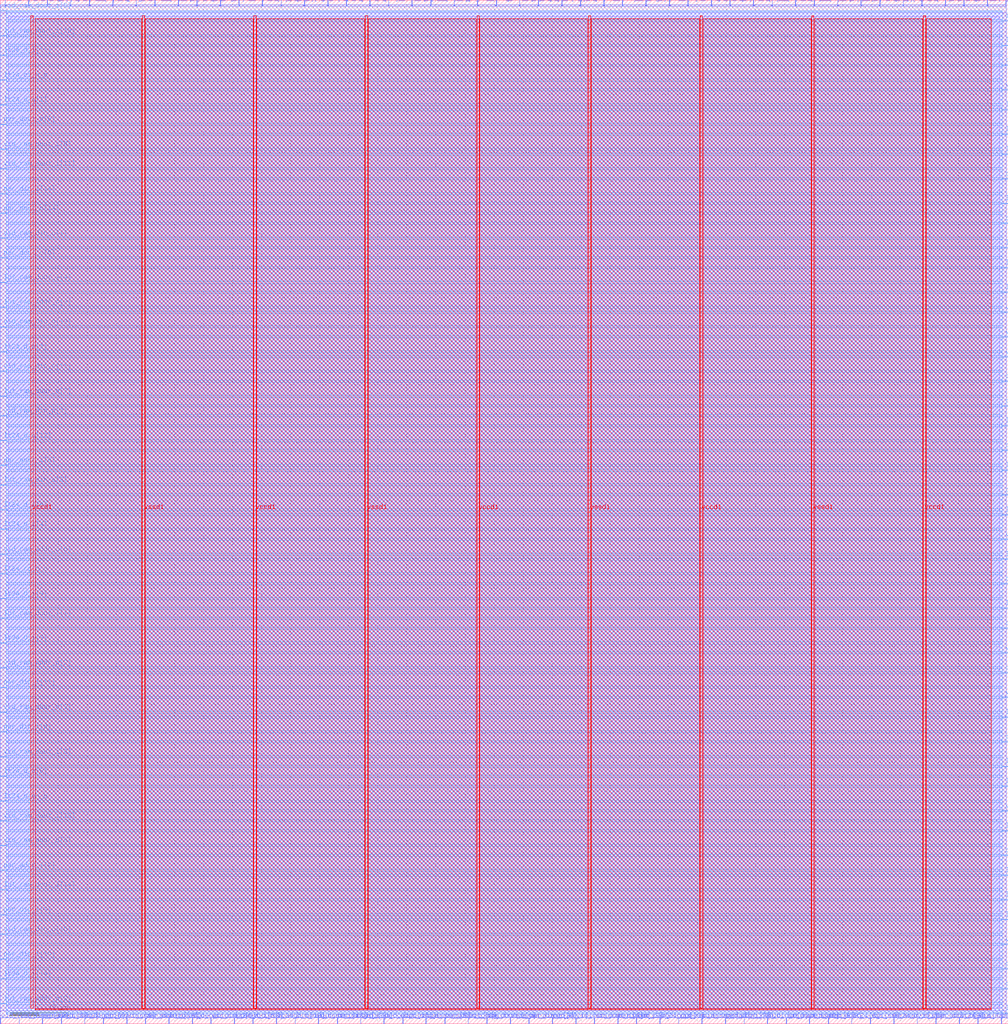
<source format=lef>
VERSION 5.7 ;
  NOWIREEXTENSIONATPIN ON ;
  DIVIDERCHAR "/" ;
  BUSBITCHARS "[]" ;
MACRO openGFX430
  CLASS BLOCK ;
  FOREIGN openGFX430 ;
  ORIGIN 0.000 0.000 ;
  SIZE 693.985 BY 704.705 ;
  PIN dbg_freeze_i
    DIRECTION INPUT ;
    USE SIGNAL ;
    PORT
      LAYER met2 ;
        RECT 334.970 0.000 335.250 4.000 ;
    END
  END dbg_freeze_i
  PIN irq_gfx_o
    DIRECTION OUTPUT TRISTATE ;
    USE SIGNAL ;
    PORT
      LAYER met3 ;
        RECT 689.985 690.240 693.985 690.840 ;
    END
  END irq_gfx_o
  PIN lt24_cs_n_o
    DIRECTION OUTPUT TRISTATE ;
    USE SIGNAL ;
    PORT
      LAYER met3 ;
        RECT 0.000 649.440 4.000 650.040 ;
    END
  END lt24_cs_n_o
  PIN lt24_d_en_o
    DIRECTION OUTPUT TRISTATE ;
    USE SIGNAL ;
    PORT
      LAYER met3 ;
        RECT 0.000 153.040 4.000 153.640 ;
    END
  END lt24_d_en_o
  PIN lt24_d_i[0]
    DIRECTION INPUT ;
    USE SIGNAL ;
    PORT
      LAYER met2 ;
        RECT 58.050 0.000 58.330 4.000 ;
    END
  END lt24_d_i[0]
  PIN lt24_d_i[10]
    DIRECTION INPUT ;
    USE SIGNAL ;
    PORT
      LAYER met2 ;
        RECT 586.130 0.000 586.410 4.000 ;
    END
  END lt24_d_i[10]
  PIN lt24_d_i[11]
    DIRECTION INPUT ;
    USE SIGNAL ;
    PORT
      LAYER met3 ;
        RECT 0.000 666.440 4.000 667.040 ;
    END
  END lt24_d_i[11]
  PIN lt24_d_i[12]
    DIRECTION INPUT ;
    USE SIGNAL ;
    PORT
      LAYER met2 ;
        RECT 190.070 0.000 190.350 4.000 ;
    END
  END lt24_d_i[12]
  PIN lt24_d_i[13]
    DIRECTION INPUT ;
    USE SIGNAL ;
    PORT
      LAYER met3 ;
        RECT 689.985 71.440 693.985 72.040 ;
    END
  END lt24_d_i[13]
  PIN lt24_d_i[14]
    DIRECTION INPUT ;
    USE SIGNAL ;
    PORT
      LAYER met3 ;
        RECT 0.000 30.640 4.000 31.240 ;
    END
  END lt24_d_i[14]
  PIN lt24_d_i[15]
    DIRECTION INPUT ;
    USE SIGNAL ;
    PORT
      LAYER met3 ;
        RECT 689.985 163.240 693.985 163.840 ;
    END
  END lt24_d_i[15]
  PIN lt24_d_i[1]
    DIRECTION INPUT ;
    USE SIGNAL ;
    PORT
      LAYER met2 ;
        RECT 615.110 0.000 615.390 4.000 ;
    END
  END lt24_d_i[1]
  PIN lt24_d_i[2]
    DIRECTION INPUT ;
    USE SIGNAL ;
    PORT
      LAYER met2 ;
        RECT 225.490 700.705 225.770 704.705 ;
    END
  END lt24_d_i[2]
  PIN lt24_d_i[3]
    DIRECTION INPUT ;
    USE SIGNAL ;
    PORT
      LAYER met3 ;
        RECT 0.000 261.840 4.000 262.440 ;
    END
  END lt24_d_i[3]
  PIN lt24_d_i[4]
    DIRECTION INPUT ;
    USE SIGNAL ;
    PORT
      LAYER met3 ;
        RECT 0.000 340.040 4.000 340.640 ;
    END
  END lt24_d_i[4]
  PIN lt24_d_i[5]
    DIRECTION INPUT ;
    USE SIGNAL ;
    PORT
      LAYER met2 ;
        RECT 386.490 700.705 386.770 704.705 ;
    END
  END lt24_d_i[5]
  PIN lt24_d_i[6]
    DIRECTION INPUT ;
    USE SIGNAL ;
    PORT
      LAYER met2 ;
        RECT 161.090 0.000 161.370 4.000 ;
    END
  END lt24_d_i[6]
  PIN lt24_d_i[7]
    DIRECTION INPUT ;
    USE SIGNAL ;
    PORT
      LAYER met2 ;
        RECT 193.290 700.705 193.570 704.705 ;
    END
  END lt24_d_i[7]
  PIN lt24_d_i[8]
    DIRECTION INPUT ;
    USE SIGNAL ;
    PORT
      LAYER met3 ;
        RECT 0.000 353.640 4.000 354.240 ;
    END
  END lt24_d_i[8]
  PIN lt24_d_i[9]
    DIRECTION INPUT ;
    USE SIGNAL ;
    PORT
      LAYER met3 ;
        RECT 0.000 292.440 4.000 293.040 ;
    END
  END lt24_d_i[9]
  PIN lt24_d_o[0]
    DIRECTION OUTPUT TRISTATE ;
    USE SIGNAL ;
    PORT
      LAYER met2 ;
        RECT 454.110 0.000 454.390 4.000 ;
    END
  END lt24_d_o[0]
  PIN lt24_d_o[10]
    DIRECTION OUTPUT TRISTATE ;
    USE SIGNAL ;
    PORT
      LAYER met2 ;
        RECT 621.550 700.705 621.830 704.705 ;
    END
  END lt24_d_o[10]
  PIN lt24_d_o[11]
    DIRECTION OUTPUT TRISTATE ;
    USE SIGNAL ;
    PORT
      LAYER met2 ;
        RECT 370.390 700.705 370.670 704.705 ;
    END
  END lt24_d_o[11]
  PIN lt24_d_o[12]
    DIRECTION OUTPUT TRISTATE ;
    USE SIGNAL ;
    PORT
      LAYER met3 ;
        RECT 0.000 401.240 4.000 401.840 ;
    END
  END lt24_d_o[12]
  PIN lt24_d_o[13]
    DIRECTION OUTPUT TRISTATE ;
    USE SIGNAL ;
    PORT
      LAYER met3 ;
        RECT 689.985 176.840 693.985 177.440 ;
    END
  END lt24_d_o[13]
  PIN lt24_d_o[14]
    DIRECTION OUTPUT TRISTATE ;
    USE SIGNAL ;
    PORT
      LAYER met2 ;
        RECT 135.330 700.705 135.610 704.705 ;
    END
  END lt24_d_o[14]
  PIN lt24_d_o[15]
    DIRECTION OUTPUT TRISTATE ;
    USE SIGNAL ;
    PORT
      LAYER met3 ;
        RECT 689.985 411.440 693.985 412.040 ;
    END
  END lt24_d_o[15]
  PIN lt24_d_o[1]
    DIRECTION OUTPUT TRISTATE ;
    USE SIGNAL ;
    PORT
      LAYER met3 ;
        RECT 0.000 632.440 4.000 633.040 ;
    END
  END lt24_d_o[1]
  PIN lt24_d_o[2]
    DIRECTION OUTPUT TRISTATE ;
    USE SIGNAL ;
    PORT
      LAYER met2 ;
        RECT 605.450 700.705 605.730 704.705 ;
    END
  END lt24_d_o[2]
  PIN lt24_d_o[3]
    DIRECTION OUTPUT TRISTATE ;
    USE SIGNAL ;
    PORT
      LAYER met2 ;
        RECT 428.350 700.705 428.630 704.705 ;
    END
  END lt24_d_o[3]
  PIN lt24_d_o[4]
    DIRECTION OUTPUT TRISTATE ;
    USE SIGNAL ;
    PORT
      LAYER met3 ;
        RECT 0.000 462.440 4.000 463.040 ;
    END
  END lt24_d_o[4]
  PIN lt24_d_o[5]
    DIRECTION OUTPUT TRISTATE ;
    USE SIGNAL ;
    PORT
      LAYER met3 ;
        RECT 689.985 598.440 693.985 599.040 ;
    END
  END lt24_d_o[5]
  PIN lt24_d_o[6]
    DIRECTION OUTPUT TRISTATE ;
    USE SIGNAL ;
    PORT
      LAYER met3 ;
        RECT 689.985 520.240 693.985 520.840 ;
    END
  END lt24_d_o[6]
  PIN lt24_d_o[7]
    DIRECTION OUTPUT TRISTATE ;
    USE SIGNAL ;
    PORT
      LAYER met2 ;
        RECT 660.190 0.000 660.470 4.000 ;
    END
  END lt24_d_o[7]
  PIN lt24_d_o[8]
    DIRECTION OUTPUT TRISTATE ;
    USE SIGNAL ;
    PORT
      LAYER met3 ;
        RECT 0.000 170.040 4.000 170.640 ;
    END
  END lt24_d_o[8]
  PIN lt24_d_o[9]
    DIRECTION OUTPUT TRISTATE ;
    USE SIGNAL ;
    PORT
      LAYER met2 ;
        RECT 209.390 700.705 209.670 704.705 ;
    END
  END lt24_d_o[9]
  PIN lt24_on_o
    DIRECTION OUTPUT TRISTATE ;
    USE SIGNAL ;
    PORT
      LAYER met3 ;
        RECT 689.985 533.840 693.985 534.440 ;
    END
  END lt24_on_o
  PIN lt24_rd_n_o
    DIRECTION OUTPUT TRISTATE ;
    USE SIGNAL ;
    PORT
      LAYER met3 ;
        RECT 0.000 309.440 4.000 310.040 ;
    END
  END lt24_rd_n_o
  PIN lt24_reset_n_o
    DIRECTION OUTPUT TRISTATE ;
    USE SIGNAL ;
    PORT
      LAYER met3 ;
        RECT 689.985 85.040 693.985 85.640 ;
    END
  END lt24_reset_n_o
  PIN lt24_rs_o
    DIRECTION OUTPUT TRISTATE ;
    USE SIGNAL ;
    PORT
      LAYER met3 ;
        RECT 689.985 503.240 693.985 503.840 ;
    END
  END lt24_rs_o
  PIN lt24_wr_n_o
    DIRECTION OUTPUT TRISTATE ;
    USE SIGNAL ;
    PORT
      LAYER met3 ;
        RECT 689.985 210.840 693.985 211.440 ;
    END
  END lt24_wr_n_o
  PIN lut_ram_addr_o[0]
    DIRECTION OUTPUT TRISTATE ;
    USE SIGNAL ;
    PORT
      LAYER met2 ;
        RECT 531.390 700.705 531.670 704.705 ;
    END
  END lut_ram_addr_o[0]
  PIN lut_ram_addr_o[1]
    DIRECTION OUTPUT TRISTATE ;
    USE SIGNAL ;
    PORT
      LAYER met2 ;
        RECT 518.510 700.705 518.790 704.705 ;
    END
  END lut_ram_addr_o[1]
  PIN lut_ram_addr_o[2]
    DIRECTION OUTPUT TRISTATE ;
    USE SIGNAL ;
    PORT
      LAYER met3 ;
        RECT 689.985 629.040 693.985 629.640 ;
    END
  END lut_ram_addr_o[2]
  PIN lut_ram_addr_o[3]
    DIRECTION OUTPUT TRISTATE ;
    USE SIGNAL ;
    PORT
      LAYER met3 ;
        RECT 0.000 493.040 4.000 493.640 ;
    END
  END lut_ram_addr_o[3]
  PIN lut_ram_addr_o[4]
    DIRECTION OUTPUT TRISTATE ;
    USE SIGNAL ;
    PORT
      LAYER met2 ;
        RECT 151.430 700.705 151.710 704.705 ;
    END
  END lut_ram_addr_o[4]
  PIN lut_ram_addr_o[5]
    DIRECTION OUTPUT TRISTATE ;
    USE SIGNAL ;
    PORT
      LAYER met2 ;
        RECT 277.010 0.000 277.290 4.000 ;
    END
  END lut_ram_addr_o[5]
  PIN lut_ram_addr_o[6]
    DIRECTION OUTPUT TRISTATE ;
    USE SIGNAL ;
    PORT
      LAYER met3 ;
        RECT 689.985 673.240 693.985 673.840 ;
    END
  END lut_ram_addr_o[6]
  PIN lut_ram_addr_o[7]
    DIRECTION OUTPUT TRISTATE ;
    USE SIGNAL ;
    PORT
      LAYER met3 ;
        RECT 0.000 431.840 4.000 432.440 ;
    END
  END lut_ram_addr_o[7]
  PIN lut_ram_addr_o[8]
    DIRECTION OUTPUT TRISTATE ;
    USE SIGNAL ;
    PORT
      LAYER met3 ;
        RECT 0.000 13.640 4.000 14.240 ;
    END
  END lut_ram_addr_o[8]
  PIN lut_ram_cen_o
    DIRECTION OUTPUT TRISTATE ;
    USE SIGNAL ;
    PORT
      LAYER met2 ;
        RECT 116.010 0.000 116.290 4.000 ;
    END
  END lut_ram_cen_o
  PIN lut_ram_din_o[0]
    DIRECTION OUTPUT TRISTATE ;
    USE SIGNAL ;
    PORT
      LAYER met3 ;
        RECT 689.985 380.840 693.985 381.440 ;
    END
  END lut_ram_din_o[0]
  PIN lut_ram_din_o[10]
    DIRECTION OUTPUT TRISTATE ;
    USE SIGNAL ;
    PORT
      LAYER met3 ;
        RECT 689.985 102.040 693.985 102.640 ;
    END
  END lut_ram_din_o[10]
  PIN lut_ram_din_o[11]
    DIRECTION OUTPUT TRISTATE ;
    USE SIGNAL ;
    PORT
      LAYER met2 ;
        RECT 283.450 700.705 283.730 704.705 ;
    END
  END lut_ram_din_o[11]
  PIN lut_ram_din_o[12]
    DIRECTION OUTPUT TRISTATE ;
    USE SIGNAL ;
    PORT
      LAYER met2 ;
        RECT 219.050 0.000 219.330 4.000 ;
    END
  END lut_ram_din_o[12]
  PIN lut_ram_din_o[13]
    DIRECTION OUTPUT TRISTATE ;
    USE SIGNAL ;
    PORT
      LAYER met2 ;
        RECT 438.010 0.000 438.290 4.000 ;
    END
  END lut_ram_din_o[13]
  PIN lut_ram_din_o[14]
    DIRECTION OUTPUT TRISTATE ;
    USE SIGNAL ;
    PORT
      LAYER met2 ;
        RECT 3.310 700.705 3.590 704.705 ;
    END
  END lut_ram_din_o[14]
  PIN lut_ram_din_o[15]
    DIRECTION OUTPUT TRISTATE ;
    USE SIGNAL ;
    PORT
      LAYER met3 ;
        RECT 689.985 612.040 693.985 612.640 ;
    END
  END lut_ram_din_o[15]
  PIN lut_ram_din_o[1]
    DIRECTION OUTPUT TRISTATE ;
    USE SIGNAL ;
    PORT
      LAYER met3 ;
        RECT 689.985 319.640 693.985 320.240 ;
    END
  END lut_ram_din_o[1]
  PIN lut_ram_din_o[2]
    DIRECTION OUTPUT TRISTATE ;
    USE SIGNAL ;
    PORT
      LAYER met2 ;
        RECT 254.470 700.705 254.750 704.705 ;
    END
  END lut_ram_din_o[2]
  PIN lut_ram_din_o[3]
    DIRECTION OUTPUT TRISTATE ;
    USE SIGNAL ;
    PORT
      LAYER met2 ;
        RECT 512.070 0.000 512.350 4.000 ;
    END
  END lut_ram_din_o[3]
  PIN lut_ram_din_o[4]
    DIRECTION OUTPUT TRISTATE ;
    USE SIGNAL ;
    PORT
      LAYER met2 ;
        RECT 547.490 700.705 547.770 704.705 ;
    END
  END lut_ram_din_o[4]
  PIN lut_ram_din_o[5]
    DIRECTION OUTPUT TRISTATE ;
    USE SIGNAL ;
    PORT
      LAYER met3 ;
        RECT 0.000 370.640 4.000 371.240 ;
    END
  END lut_ram_din_o[5]
  PIN lut_ram_din_o[6]
    DIRECTION OUTPUT TRISTATE ;
    USE SIGNAL ;
    PORT
      LAYER met2 ;
        RECT 650.530 700.705 650.810 704.705 ;
    END
  END lut_ram_din_o[6]
  PIN lut_ram_din_o[7]
    DIRECTION OUTPUT TRISTATE ;
    USE SIGNAL ;
    PORT
      LAYER met3 ;
        RECT 689.985 6.840 693.985 7.440 ;
    END
  END lut_ram_din_o[7]
  PIN lut_ram_din_o[8]
    DIRECTION OUTPUT TRISTATE ;
    USE SIGNAL ;
    PORT
      LAYER met2 ;
        RECT 634.430 700.705 634.710 704.705 ;
    END
  END lut_ram_din_o[8]
  PIN lut_ram_din_o[9]
    DIRECTION OUTPUT TRISTATE ;
    USE SIGNAL ;
    PORT
      LAYER met3 ;
        RECT 689.985 132.640 693.985 133.240 ;
    END
  END lut_ram_din_o[9]
  PIN lut_ram_dout_i[0]
    DIRECTION INPUT ;
    USE SIGNAL ;
    PORT
      LAYER met2 ;
        RECT 322.090 0.000 322.370 4.000 ;
    END
  END lut_ram_dout_i[0]
  PIN lut_ram_dout_i[10]
    DIRECTION INPUT ;
    USE SIGNAL ;
    PORT
      LAYER met3 ;
        RECT 689.985 285.640 693.985 286.240 ;
    END
  END lut_ram_dout_i[10]
  PIN lut_ram_dout_i[11]
    DIRECTION INPUT ;
    USE SIGNAL ;
    PORT
      LAYER met2 ;
        RECT 576.470 700.705 576.750 704.705 ;
    END
  END lut_ram_dout_i[11]
  PIN lut_ram_dout_i[12]
    DIRECTION INPUT ;
    USE SIGNAL ;
    PORT
      LAYER met2 ;
        RECT 528.170 0.000 528.450 4.000 ;
    END
  END lut_ram_dout_i[12]
  PIN lut_ram_dout_i[13]
    DIRECTION INPUT ;
    USE SIGNAL ;
    PORT
      LAYER met2 ;
        RECT 202.950 0.000 203.230 4.000 ;
    END
  END lut_ram_dout_i[13]
  PIN lut_ram_dout_i[14]
    DIRECTION INPUT ;
    USE SIGNAL ;
    PORT
      LAYER met3 ;
        RECT 0.000 91.840 4.000 92.440 ;
    END
  END lut_ram_dout_i[14]
  PIN lut_ram_dout_i[15]
    DIRECTION INPUT ;
    USE SIGNAL ;
    PORT
      LAYER met3 ;
        RECT 0.000 680.040 4.000 680.640 ;
    END
  END lut_ram_dout_i[15]
  PIN lut_ram_dout_i[1]
    DIRECTION INPUT ;
    USE SIGNAL ;
    PORT
      LAYER met3 ;
        RECT 0.000 278.840 4.000 279.440 ;
    END
  END lut_ram_dout_i[1]
  PIN lut_ram_dout_i[2]
    DIRECTION INPUT ;
    USE SIGNAL ;
    PORT
      LAYER met3 ;
        RECT 689.985 350.240 693.985 350.840 ;
    END
  END lut_ram_dout_i[2]
  PIN lut_ram_dout_i[3]
    DIRECTION INPUT ;
    USE SIGNAL ;
    PORT
      LAYER met2 ;
        RECT 267.350 700.705 267.630 704.705 ;
    END
  END lut_ram_dout_i[3]
  PIN lut_ram_dout_i[4]
    DIRECTION INPUT ;
    USE SIGNAL ;
    PORT
      LAYER met3 ;
        RECT 0.000 510.040 4.000 510.640 ;
    END
  END lut_ram_dout_i[4]
  PIN lut_ram_dout_i[5]
    DIRECTION INPUT ;
    USE SIGNAL ;
    PORT
      LAYER met2 ;
        RECT 77.370 700.705 77.650 704.705 ;
    END
  END lut_ram_dout_i[5]
  PIN lut_ram_dout_i[6]
    DIRECTION INPUT ;
    USE SIGNAL ;
    PORT
      LAYER met3 ;
        RECT 689.985 564.440 693.985 565.040 ;
    END
  END lut_ram_dout_i[6]
  PIN lut_ram_dout_i[7]
    DIRECTION INPUT ;
    USE SIGNAL ;
    PORT
      LAYER met2 ;
        RECT 32.290 700.705 32.570 704.705 ;
    END
  END lut_ram_dout_i[7]
  PIN lut_ram_dout_i[8]
    DIRECTION INPUT ;
    USE SIGNAL ;
    PORT
      LAYER met2 ;
        RECT 164.310 700.705 164.590 704.705 ;
    END
  END lut_ram_dout_i[8]
  PIN lut_ram_dout_i[9]
    DIRECTION INPUT ;
    USE SIGNAL ;
    PORT
      LAYER met2 ;
        RECT 541.050 0.000 541.330 4.000 ;
    END
  END lut_ram_dout_i[9]
  PIN lut_ram_wen_o
    DIRECTION OUTPUT TRISTATE ;
    USE SIGNAL ;
    PORT
      LAYER met2 ;
        RECT 357.510 700.705 357.790 704.705 ;
    END
  END lut_ram_wen_o
  PIN mclk
    DIRECTION INPUT ;
    USE SIGNAL ;
    PORT
      LAYER met2 ;
        RECT 679.510 700.705 679.790 704.705 ;
    END
  END mclk
  PIN per_addr_i[0]
    DIRECTION INPUT ;
    USE SIGNAL ;
    PORT
      LAYER met3 ;
        RECT 0.000 384.240 4.000 384.840 ;
    END
  END per_addr_i[0]
  PIN per_addr_i[10]
    DIRECTION INPUT ;
    USE SIGNAL ;
    PORT
      LAYER met2 ;
        RECT 29.070 0.000 29.350 4.000 ;
    END
  END per_addr_i[10]
  PIN per_addr_i[11]
    DIRECTION INPUT ;
    USE SIGNAL ;
    PORT
      LAYER met2 ;
        RECT 231.930 0.000 232.210 4.000 ;
    END
  END per_addr_i[11]
  PIN per_addr_i[12]
    DIRECTION INPUT ;
    USE SIGNAL ;
    PORT
      LAYER met2 ;
        RECT 122.450 700.705 122.730 704.705 ;
    END
  END per_addr_i[12]
  PIN per_addr_i[13]
    DIRECTION INPUT ;
    USE SIGNAL ;
    PORT
      LAYER met3 ;
        RECT 689.985 23.840 693.985 24.440 ;
    END
  END per_addr_i[13]
  PIN per_addr_i[1]
    DIRECTION INPUT ;
    USE SIGNAL ;
    PORT
      LAYER met2 ;
        RECT 264.130 0.000 264.410 4.000 ;
    END
  END per_addr_i[1]
  PIN per_addr_i[2]
    DIRECTION INPUT ;
    USE SIGNAL ;
    PORT
      LAYER met3 ;
        RECT 0.000 105.440 4.000 106.040 ;
    END
  END per_addr_i[2]
  PIN per_addr_i[3]
    DIRECTION INPUT ;
    USE SIGNAL ;
    PORT
      LAYER met2 ;
        RECT 570.030 0.000 570.310 4.000 ;
    END
  END per_addr_i[3]
  PIN per_addr_i[4]
    DIRECTION INPUT ;
    USE SIGNAL ;
    PORT
      LAYER met2 ;
        RECT 425.130 0.000 425.410 4.000 ;
    END
  END per_addr_i[4]
  PIN per_addr_i[5]
    DIRECTION INPUT ;
    USE SIGNAL ;
    PORT
      LAYER met3 ;
        RECT 689.985 363.840 693.985 364.440 ;
    END
  END per_addr_i[5]
  PIN per_addr_i[6]
    DIRECTION INPUT ;
    USE SIGNAL ;
    PORT
      LAYER met3 ;
        RECT 689.985 241.440 693.985 242.040 ;
    END
  END per_addr_i[6]
  PIN per_addr_i[7]
    DIRECTION INPUT ;
    USE SIGNAL ;
    PORT
      LAYER met2 ;
        RECT 592.570 700.705 592.850 704.705 ;
    END
  END per_addr_i[7]
  PIN per_addr_i[8]
    DIRECTION INPUT ;
    USE SIGNAL ;
    PORT
      LAYER met2 ;
        RECT 444.450 700.705 444.730 704.705 ;
    END
  END per_addr_i[8]
  PIN per_addr_i[9]
    DIRECTION INPUT ;
    USE SIGNAL ;
    PORT
      LAYER met2 ;
        RECT 557.150 0.000 557.430 4.000 ;
    END
  END per_addr_i[9]
  PIN per_din_i[0]
    DIRECTION INPUT ;
    USE SIGNAL ;
    PORT
      LAYER met3 ;
        RECT 689.985 659.640 693.985 660.240 ;
    END
  END per_din_i[0]
  PIN per_din_i[10]
    DIRECTION INPUT ;
    USE SIGNAL ;
    PORT
      LAYER met3 ;
        RECT 0.000 44.240 4.000 44.840 ;
    END
  END per_din_i[10]
  PIN per_din_i[11]
    DIRECTION INPUT ;
    USE SIGNAL ;
    PORT
      LAYER met3 ;
        RECT 0.000 231.240 4.000 231.840 ;
    END
  END per_din_i[11]
  PIN per_din_i[12]
    DIRECTION INPUT ;
    USE SIGNAL ;
    PORT
      LAYER met2 ;
        RECT 238.370 700.705 238.650 704.705 ;
    END
  END per_din_i[12]
  PIN per_din_i[13]
    DIRECTION INPUT ;
    USE SIGNAL ;
    PORT
      LAYER met2 ;
        RECT 19.410 700.705 19.690 704.705 ;
    END
  END per_din_i[13]
  PIN per_din_i[14]
    DIRECTION INPUT ;
    USE SIGNAL ;
    PORT
      LAYER met3 ;
        RECT 0.000 571.240 4.000 571.840 ;
    END
  END per_din_i[14]
  PIN per_din_i[15]
    DIRECTION INPUT ;
    USE SIGNAL ;
    PORT
      LAYER met2 ;
        RECT 61.270 700.705 61.550 704.705 ;
    END
  END per_din_i[15]
  PIN per_din_i[1]
    DIRECTION INPUT ;
    USE SIGNAL ;
    PORT
      LAYER met3 ;
        RECT 689.985 394.440 693.985 395.040 ;
    END
  END per_din_i[1]
  PIN per_din_i[2]
    DIRECTION INPUT ;
    USE SIGNAL ;
    PORT
      LAYER met2 ;
        RECT 689.170 0.000 689.450 4.000 ;
    END
  END per_din_i[2]
  PIN per_din_i[3]
    DIRECTION INPUT ;
    USE SIGNAL ;
    PORT
      LAYER met3 ;
        RECT 0.000 74.840 4.000 75.440 ;
    END
  END per_din_i[3]
  PIN per_din_i[4]
    DIRECTION INPUT ;
    USE SIGNAL ;
    PORT
      LAYER met3 ;
        RECT 689.985 425.040 693.985 425.640 ;
    END
  END per_din_i[4]
  PIN per_din_i[5]
    DIRECTION INPUT ;
    USE SIGNAL ;
    PORT
      LAYER met2 ;
        RECT 363.950 0.000 364.230 4.000 ;
    END
  END per_din_i[5]
  PIN per_din_i[6]
    DIRECTION INPUT ;
    USE SIGNAL ;
    PORT
      LAYER met3 ;
        RECT 0.000 200.640 4.000 201.240 ;
    END
  END per_din_i[6]
  PIN per_din_i[7]
    DIRECTION INPUT ;
    USE SIGNAL ;
    PORT
      LAYER met2 ;
        RECT 296.330 700.705 296.610 704.705 ;
    END
  END per_din_i[7]
  PIN per_din_i[8]
    DIRECTION INPUT ;
    USE SIGNAL ;
    PORT
      LAYER met2 ;
        RECT 499.190 0.000 499.470 4.000 ;
    END
  END per_din_i[8]
  PIN per_din_i[9]
    DIRECTION INPUT ;
    USE SIGNAL ;
    PORT
      LAYER met2 ;
        RECT 644.090 0.000 644.370 4.000 ;
    END
  END per_din_i[9]
  PIN per_dout_o[0]
    DIRECTION OUTPUT TRISTATE ;
    USE SIGNAL ;
    PORT
      LAYER met3 ;
        RECT 0.000 527.040 4.000 527.640 ;
    END
  END per_dout_o[0]
  PIN per_dout_o[10]
    DIRECTION OUTPUT TRISTATE ;
    USE SIGNAL ;
    PORT
      LAYER met3 ;
        RECT 689.985 272.040 693.985 272.640 ;
    END
  END per_dout_o[10]
  PIN per_dout_o[11]
    DIRECTION OUTPUT TRISTATE ;
    USE SIGNAL ;
    PORT
      LAYER met2 ;
        RECT 312.430 700.705 312.710 704.705 ;
    END
  END per_dout_o[11]
  PIN per_dout_o[12]
    DIRECTION OUTPUT TRISTATE ;
    USE SIGNAL ;
    PORT
      LAYER met2 ;
        RECT 415.470 700.705 415.750 704.705 ;
    END
  END per_dout_o[12]
  PIN per_dout_o[13]
    DIRECTION OUTPUT TRISTATE ;
    USE SIGNAL ;
    PORT
      LAYER met2 ;
        RECT 399.370 700.705 399.650 704.705 ;
    END
  END per_dout_o[13]
  PIN per_dout_o[14]
    DIRECTION OUTPUT TRISTATE ;
    USE SIGNAL ;
    PORT
      LAYER met3 ;
        RECT 0.000 557.640 4.000 558.240 ;
    END
  END per_dout_o[14]
  PIN per_dout_o[15]
    DIRECTION OUTPUT TRISTATE ;
    USE SIGNAL ;
    PORT
      LAYER met2 ;
        RECT 99.910 0.000 100.190 4.000 ;
    END
  END per_dout_o[15]
  PIN per_dout_o[1]
    DIRECTION OUTPUT TRISTATE ;
    USE SIGNAL ;
    PORT
      LAYER met3 ;
        RECT 689.985 115.640 693.985 116.240 ;
    END
  END per_dout_o[1]
  PIN per_dout_o[2]
    DIRECTION OUTPUT TRISTATE ;
    USE SIGNAL ;
    PORT
      LAYER met2 ;
        RECT 305.990 0.000 306.270 4.000 ;
    END
  END per_dout_o[2]
  PIN per_dout_o[3]
    DIRECTION OUTPUT TRISTATE ;
    USE SIGNAL ;
    PORT
      LAYER met3 ;
        RECT 689.985 581.440 693.985 582.040 ;
    END
  END per_dout_o[3]
  PIN per_dout_o[4]
    DIRECTION OUTPUT TRISTATE ;
    USE SIGNAL ;
    PORT
      LAYER met3 ;
        RECT 689.985 442.040 693.985 442.640 ;
    END
  END per_dout_o[4]
  PIN per_dout_o[5]
    DIRECTION OUTPUT TRISTATE ;
    USE SIGNAL ;
    PORT
      LAYER met2 ;
        RECT 460.550 700.705 460.830 704.705 ;
    END
  END per_dout_o[5]
  PIN per_dout_o[6]
    DIRECTION OUTPUT TRISTATE ;
    USE SIGNAL ;
    PORT
      LAYER met2 ;
        RECT 70.930 0.000 71.210 4.000 ;
    END
  END per_dout_o[6]
  PIN per_dout_o[7]
    DIRECTION OUTPUT TRISTATE ;
    USE SIGNAL ;
    PORT
      LAYER met3 ;
        RECT 689.985 193.840 693.985 194.440 ;
    END
  END per_dout_o[7]
  PIN per_dout_o[8]
    DIRECTION OUTPUT TRISTATE ;
    USE SIGNAL ;
    PORT
      LAYER met3 ;
        RECT 0.000 618.840 4.000 619.440 ;
    END
  END per_dout_o[8]
  PIN per_dout_o[9]
    DIRECTION OUTPUT TRISTATE ;
    USE SIGNAL ;
    PORT
      LAYER met2 ;
        RECT 180.410 700.705 180.690 704.705 ;
    END
  END per_dout_o[9]
  PIN per_en_i
    DIRECTION INPUT ;
    USE SIGNAL ;
    PORT
      LAYER met3 ;
        RECT 689.985 302.640 693.985 303.240 ;
    END
  END per_en_i
  PIN per_we_i[0]
    DIRECTION INPUT ;
    USE SIGNAL ;
    PORT
      LAYER met3 ;
        RECT 689.985 37.440 693.985 38.040 ;
    END
  END per_we_i[0]
  PIN per_we_i[1]
    DIRECTION INPUT ;
    USE SIGNAL ;
    PORT
      LAYER met2 ;
        RECT 380.050 0.000 380.330 4.000 ;
    END
  END per_we_i[1]
  PIN puc_rst
    DIRECTION INPUT ;
    USE SIGNAL ;
    PORT
      LAYER met3 ;
        RECT 689.985 550.840 693.985 551.440 ;
    END
  END puc_rst
  PIN vccd1
    DIRECTION INOUT ;
    USE POWER ;
    PORT
      LAYER met4 ;
        RECT 21.040 10.640 22.640 693.840 ;
    END
    PORT
      LAYER met4 ;
        RECT 174.640 10.640 176.240 693.840 ;
    END
    PORT
      LAYER met4 ;
        RECT 328.240 10.640 329.840 693.840 ;
    END
    PORT
      LAYER met4 ;
        RECT 481.840 10.640 483.440 693.840 ;
    END
    PORT
      LAYER met4 ;
        RECT 635.440 10.640 637.040 693.840 ;
    END
  END vccd1
  PIN vid_ram_addr_o[0]
    DIRECTION OUTPUT TRISTATE ;
    USE SIGNAL ;
    PORT
      LAYER met3 ;
        RECT 0.000 122.440 4.000 123.040 ;
    END
  END vid_ram_addr_o[0]
  PIN vid_ram_addr_o[10]
    DIRECTION OUTPUT TRISTATE ;
    USE SIGNAL ;
    PORT
      LAYER met2 ;
        RECT 173.970 0.000 174.250 4.000 ;
    END
  END vid_ram_addr_o[10]
  PIN vid_ram_addr_o[11]
    DIRECTION OUTPUT TRISTATE ;
    USE SIGNAL ;
    PORT
      LAYER met3 ;
        RECT 689.985 224.440 693.985 225.040 ;
    END
  END vid_ram_addr_o[11]
  PIN vid_ram_addr_o[12]
    DIRECTION OUTPUT TRISTATE ;
    USE SIGNAL ;
    PORT
      LAYER met2 ;
        RECT 466.990 0.000 467.270 4.000 ;
    END
  END vid_ram_addr_o[12]
  PIN vid_ram_addr_o[13]
    DIRECTION OUTPUT TRISTATE ;
    USE SIGNAL ;
    PORT
      LAYER met3 ;
        RECT 689.985 54.440 693.985 55.040 ;
    END
  END vid_ram_addr_o[13]
  PIN vid_ram_addr_o[14]
    DIRECTION OUTPUT TRISTATE ;
    USE SIGNAL ;
    PORT
      LAYER met2 ;
        RECT 48.390 700.705 48.670 704.705 ;
    END
  END vid_ram_addr_o[14]
  PIN vid_ram_addr_o[15]
    DIRECTION OUTPUT TRISTATE ;
    USE SIGNAL ;
    PORT
      LAYER met2 ;
        RECT 599.010 0.000 599.290 4.000 ;
    END
  END vid_ram_addr_o[15]
  PIN vid_ram_addr_o[16]
    DIRECTION OUTPUT TRISTATE ;
    USE SIGNAL ;
    PORT
      LAYER met2 ;
        RECT 87.030 0.000 87.310 4.000 ;
    END
  END vid_ram_addr_o[16]
  PIN vid_ram_addr_o[1]
    DIRECTION OUTPUT TRISTATE ;
    USE SIGNAL ;
    PORT
      LAYER met2 ;
        RECT 293.110 0.000 293.390 4.000 ;
    END
  END vid_ram_addr_o[1]
  PIN vid_ram_addr_o[2]
    DIRECTION OUTPUT TRISTATE ;
    USE SIGNAL ;
    PORT
      LAYER met3 ;
        RECT 0.000 244.840 4.000 245.440 ;
    END
  END vid_ram_addr_o[2]
  PIN vid_ram_addr_o[3]
    DIRECTION OUTPUT TRISTATE ;
    USE SIGNAL ;
    PORT
      LAYER met3 ;
        RECT 689.985 642.640 693.985 643.240 ;
    END
  END vid_ram_addr_o[3]
  PIN vid_ram_addr_o[4]
    DIRECTION OUTPUT TRISTATE ;
    USE SIGNAL ;
    PORT
      LAYER met3 ;
        RECT 689.985 459.040 693.985 459.640 ;
    END
  END vid_ram_addr_o[4]
  PIN vid_ram_addr_o[5]
    DIRECTION OUTPUT TRISTATE ;
    USE SIGNAL ;
    PORT
      LAYER met2 ;
        RECT 631.210 0.000 631.490 4.000 ;
    END
  END vid_ram_addr_o[5]
  PIN vid_ram_addr_o[6]
    DIRECTION OUTPUT TRISTATE ;
    USE SIGNAL ;
    PORT
      LAYER met3 ;
        RECT 0.000 323.040 4.000 323.640 ;
    END
  END vid_ram_addr_o[6]
  PIN vid_ram_addr_o[7]
    DIRECTION OUTPUT TRISTATE ;
    USE SIGNAL ;
    PORT
      LAYER met3 ;
        RECT 689.985 255.040 693.985 255.640 ;
    END
  END vid_ram_addr_o[7]
  PIN vid_ram_addr_o[8]
    DIRECTION OUTPUT TRISTATE ;
    USE SIGNAL ;
    PORT
      LAYER met2 ;
        RECT 12.970 0.000 13.250 4.000 ;
    END
  END vid_ram_addr_o[8]
  PIN vid_ram_addr_o[9]
    DIRECTION OUTPUT TRISTATE ;
    USE SIGNAL ;
    PORT
      LAYER met3 ;
        RECT 0.000 214.240 4.000 214.840 ;
    END
  END vid_ram_addr_o[9]
  PIN vid_ram_cen_o
    DIRECTION OUTPUT TRISTATE ;
    USE SIGNAL ;
    PORT
      LAYER met2 ;
        RECT 692.390 700.705 692.670 704.705 ;
    END
  END vid_ram_cen_o
  PIN vid_ram_din_o[0]
    DIRECTION OUTPUT TRISTATE ;
    USE SIGNAL ;
    PORT
      LAYER met2 ;
        RECT 673.070 0.000 673.350 4.000 ;
    END
  END vid_ram_din_o[0]
  PIN vid_ram_din_o[10]
    DIRECTION OUTPUT TRISTATE ;
    USE SIGNAL ;
    PORT
      LAYER met2 ;
        RECT 663.410 700.705 663.690 704.705 ;
    END
  END vid_ram_din_o[10]
  PIN vid_ram_din_o[11]
    DIRECTION OUTPUT TRISTATE ;
    USE SIGNAL ;
    PORT
      LAYER met3 ;
        RECT 0.000 448.840 4.000 449.440 ;
    END
  END vid_ram_din_o[11]
  PIN vid_ram_din_o[12]
    DIRECTION OUTPUT TRISTATE ;
    USE SIGNAL ;
    PORT
      LAYER met3 ;
        RECT 0.000 479.440 4.000 480.040 ;
    END
  END vid_ram_din_o[12]
  PIN vid_ram_din_o[13]
    DIRECTION OUTPUT TRISTATE ;
    USE SIGNAL ;
    PORT
      LAYER met2 ;
        RECT 409.030 0.000 409.310 4.000 ;
    END
  END vid_ram_din_o[13]
  PIN vid_ram_din_o[14]
    DIRECTION OUTPUT TRISTATE ;
    USE SIGNAL ;
    PORT
      LAYER met2 ;
        RECT 0.090 0.000 0.370 4.000 ;
    END
  END vid_ram_din_o[14]
  PIN vid_ram_din_o[15]
    DIRECTION OUTPUT TRISTATE ;
    USE SIGNAL ;
    PORT
      LAYER met3 ;
        RECT 0.000 61.240 4.000 61.840 ;
    END
  END vid_ram_din_o[15]
  PIN vid_ram_din_o[1]
    DIRECTION OUTPUT TRISTATE ;
    USE SIGNAL ;
    PORT
      LAYER met3 ;
        RECT 0.000 540.640 4.000 541.240 ;
    END
  END vid_ram_din_o[1]
  PIN vid_ram_din_o[2]
    DIRECTION OUTPUT TRISTATE ;
    USE SIGNAL ;
    PORT
      LAYER met2 ;
        RECT 93.470 700.705 93.750 704.705 ;
    END
  END vid_ram_din_o[2]
  PIN vid_ram_din_o[3]
    DIRECTION OUTPUT TRISTATE ;
    USE SIGNAL ;
    PORT
      LAYER met2 ;
        RECT 341.410 700.705 341.690 704.705 ;
    END
  END vid_ram_din_o[3]
  PIN vid_ram_din_o[4]
    DIRECTION OUTPUT TRISTATE ;
    USE SIGNAL ;
    PORT
      LAYER met3 ;
        RECT 0.000 418.240 4.000 418.840 ;
    END
  END vid_ram_din_o[4]
  PIN vid_ram_din_o[5]
    DIRECTION OUTPUT TRISTATE ;
    USE SIGNAL ;
    PORT
      LAYER met2 ;
        RECT 132.110 0.000 132.390 4.000 ;
    END
  END vid_ram_din_o[5]
  PIN vid_ram_din_o[6]
    DIRECTION OUTPUT TRISTATE ;
    USE SIGNAL ;
    PORT
      LAYER met2 ;
        RECT 41.950 0.000 42.230 4.000 ;
    END
  END vid_ram_din_o[6]
  PIN vid_ram_din_o[7]
    DIRECTION OUTPUT TRISTATE ;
    USE SIGNAL ;
    PORT
      LAYER met2 ;
        RECT 473.430 700.705 473.710 704.705 ;
    END
  END vid_ram_din_o[7]
  PIN vid_ram_din_o[8]
    DIRECTION OUTPUT TRISTATE ;
    USE SIGNAL ;
    PORT
      LAYER met2 ;
        RECT 328.530 700.705 328.810 704.705 ;
    END
  END vid_ram_din_o[8]
  PIN vid_ram_din_o[9]
    DIRECTION OUTPUT TRISTATE ;
    USE SIGNAL ;
    PORT
      LAYER met2 ;
        RECT 351.070 0.000 351.350 4.000 ;
    END
  END vid_ram_din_o[9]
  PIN vid_ram_dout_i[0]
    DIRECTION INPUT ;
    USE SIGNAL ;
    PORT
      LAYER met2 ;
        RECT 560.370 700.705 560.650 704.705 ;
    END
  END vid_ram_dout_i[0]
  PIN vid_ram_dout_i[10]
    DIRECTION INPUT ;
    USE SIGNAL ;
    PORT
      LAYER met3 ;
        RECT 689.985 146.240 693.985 146.840 ;
    END
  END vid_ram_dout_i[10]
  PIN vid_ram_dout_i[11]
    DIRECTION INPUT ;
    USE SIGNAL ;
    PORT
      LAYER met3 ;
        RECT 0.000 588.240 4.000 588.840 ;
    END
  END vid_ram_dout_i[11]
  PIN vid_ram_dout_i[12]
    DIRECTION INPUT ;
    USE SIGNAL ;
    PORT
      LAYER met3 ;
        RECT 689.985 489.640 693.985 490.240 ;
    END
  END vid_ram_dout_i[12]
  PIN vid_ram_dout_i[13]
    DIRECTION INPUT ;
    USE SIGNAL ;
    PORT
      LAYER met2 ;
        RECT 144.990 0.000 145.270 4.000 ;
    END
  END vid_ram_dout_i[13]
  PIN vid_ram_dout_i[14]
    DIRECTION INPUT ;
    USE SIGNAL ;
    PORT
      LAYER met2 ;
        RECT 248.030 0.000 248.310 4.000 ;
    END
  END vid_ram_dout_i[14]
  PIN vid_ram_dout_i[15]
    DIRECTION INPUT ;
    USE SIGNAL ;
    PORT
      LAYER met3 ;
        RECT 0.000 139.440 4.000 140.040 ;
    END
  END vid_ram_dout_i[15]
  PIN vid_ram_dout_i[1]
    DIRECTION INPUT ;
    USE SIGNAL ;
    PORT
      LAYER met3 ;
        RECT 689.985 472.640 693.985 473.240 ;
    END
  END vid_ram_dout_i[1]
  PIN vid_ram_dout_i[2]
    DIRECTION INPUT ;
    USE SIGNAL ;
    PORT
      LAYER met2 ;
        RECT 396.150 0.000 396.430 4.000 ;
    END
  END vid_ram_dout_i[2]
  PIN vid_ram_dout_i[3]
    DIRECTION INPUT ;
    USE SIGNAL ;
    PORT
      LAYER met2 ;
        RECT 502.410 700.705 502.690 704.705 ;
    END
  END vid_ram_dout_i[3]
  PIN vid_ram_dout_i[4]
    DIRECTION INPUT ;
    USE SIGNAL ;
    PORT
      LAYER met2 ;
        RECT 489.530 700.705 489.810 704.705 ;
    END
  END vid_ram_dout_i[4]
  PIN vid_ram_dout_i[5]
    DIRECTION INPUT ;
    USE SIGNAL ;
    PORT
      LAYER met3 ;
        RECT 0.000 697.040 4.000 697.640 ;
    END
  END vid_ram_dout_i[5]
  PIN vid_ram_dout_i[6]
    DIRECTION INPUT ;
    USE SIGNAL ;
    PORT
      LAYER met2 ;
        RECT 106.350 700.705 106.630 704.705 ;
    END
  END vid_ram_dout_i[6]
  PIN vid_ram_dout_i[7]
    DIRECTION INPUT ;
    USE SIGNAL ;
    PORT
      LAYER met2 ;
        RECT 483.090 0.000 483.370 4.000 ;
    END
  END vid_ram_dout_i[7]
  PIN vid_ram_dout_i[8]
    DIRECTION INPUT ;
    USE SIGNAL ;
    PORT
      LAYER met3 ;
        RECT 0.000 183.640 4.000 184.240 ;
    END
  END vid_ram_dout_i[8]
  PIN vid_ram_dout_i[9]
    DIRECTION INPUT ;
    USE SIGNAL ;
    PORT
      LAYER met3 ;
        RECT 0.000 601.840 4.000 602.440 ;
    END
  END vid_ram_dout_i[9]
  PIN vid_ram_wen_o
    DIRECTION OUTPUT TRISTATE ;
    USE SIGNAL ;
    PORT
      LAYER met3 ;
        RECT 689.985 333.240 693.985 333.840 ;
    END
  END vid_ram_wen_o
  PIN vssd1
    DIRECTION INOUT ;
    USE GROUND ;
    PORT
      LAYER met4 ;
        RECT 97.840 10.640 99.440 693.840 ;
    END
    PORT
      LAYER met4 ;
        RECT 251.440 10.640 253.040 693.840 ;
    END
    PORT
      LAYER met4 ;
        RECT 405.040 10.640 406.640 693.840 ;
    END
    PORT
      LAYER met4 ;
        RECT 558.640 10.640 560.240 693.840 ;
    END
  END vssd1
  OBS
      LAYER li1 ;
        RECT 5.520 10.795 688.160 693.685 ;
      LAYER met1 ;
        RECT 0.070 8.880 692.690 695.940 ;
      LAYER met2 ;
        RECT 0.100 700.425 3.030 701.490 ;
        RECT 3.870 700.425 19.130 701.490 ;
        RECT 19.970 700.425 32.010 701.490 ;
        RECT 32.850 700.425 48.110 701.490 ;
        RECT 48.950 700.425 60.990 701.490 ;
        RECT 61.830 700.425 77.090 701.490 ;
        RECT 77.930 700.425 93.190 701.490 ;
        RECT 94.030 700.425 106.070 701.490 ;
        RECT 106.910 700.425 122.170 701.490 ;
        RECT 123.010 700.425 135.050 701.490 ;
        RECT 135.890 700.425 151.150 701.490 ;
        RECT 151.990 700.425 164.030 701.490 ;
        RECT 164.870 700.425 180.130 701.490 ;
        RECT 180.970 700.425 193.010 701.490 ;
        RECT 193.850 700.425 209.110 701.490 ;
        RECT 209.950 700.425 225.210 701.490 ;
        RECT 226.050 700.425 238.090 701.490 ;
        RECT 238.930 700.425 254.190 701.490 ;
        RECT 255.030 700.425 267.070 701.490 ;
        RECT 267.910 700.425 283.170 701.490 ;
        RECT 284.010 700.425 296.050 701.490 ;
        RECT 296.890 700.425 312.150 701.490 ;
        RECT 312.990 700.425 328.250 701.490 ;
        RECT 329.090 700.425 341.130 701.490 ;
        RECT 341.970 700.425 357.230 701.490 ;
        RECT 358.070 700.425 370.110 701.490 ;
        RECT 370.950 700.425 386.210 701.490 ;
        RECT 387.050 700.425 399.090 701.490 ;
        RECT 399.930 700.425 415.190 701.490 ;
        RECT 416.030 700.425 428.070 701.490 ;
        RECT 428.910 700.425 444.170 701.490 ;
        RECT 445.010 700.425 460.270 701.490 ;
        RECT 461.110 700.425 473.150 701.490 ;
        RECT 473.990 700.425 489.250 701.490 ;
        RECT 490.090 700.425 502.130 701.490 ;
        RECT 502.970 700.425 518.230 701.490 ;
        RECT 519.070 700.425 531.110 701.490 ;
        RECT 531.950 700.425 547.210 701.490 ;
        RECT 548.050 700.425 560.090 701.490 ;
        RECT 560.930 700.425 576.190 701.490 ;
        RECT 577.030 700.425 592.290 701.490 ;
        RECT 593.130 700.425 605.170 701.490 ;
        RECT 606.010 700.425 621.270 701.490 ;
        RECT 622.110 700.425 634.150 701.490 ;
        RECT 634.990 700.425 650.250 701.490 ;
        RECT 651.090 700.425 663.130 701.490 ;
        RECT 663.970 700.425 679.230 701.490 ;
        RECT 680.070 700.425 692.110 701.490 ;
        RECT 0.100 4.280 692.660 700.425 ;
        RECT 0.650 4.000 12.690 4.280 ;
        RECT 13.530 4.000 28.790 4.280 ;
        RECT 29.630 4.000 41.670 4.280 ;
        RECT 42.510 4.000 57.770 4.280 ;
        RECT 58.610 4.000 70.650 4.280 ;
        RECT 71.490 4.000 86.750 4.280 ;
        RECT 87.590 4.000 99.630 4.280 ;
        RECT 100.470 4.000 115.730 4.280 ;
        RECT 116.570 4.000 131.830 4.280 ;
        RECT 132.670 4.000 144.710 4.280 ;
        RECT 145.550 4.000 160.810 4.280 ;
        RECT 161.650 4.000 173.690 4.280 ;
        RECT 174.530 4.000 189.790 4.280 ;
        RECT 190.630 4.000 202.670 4.280 ;
        RECT 203.510 4.000 218.770 4.280 ;
        RECT 219.610 4.000 231.650 4.280 ;
        RECT 232.490 4.000 247.750 4.280 ;
        RECT 248.590 4.000 263.850 4.280 ;
        RECT 264.690 4.000 276.730 4.280 ;
        RECT 277.570 4.000 292.830 4.280 ;
        RECT 293.670 4.000 305.710 4.280 ;
        RECT 306.550 4.000 321.810 4.280 ;
        RECT 322.650 4.000 334.690 4.280 ;
        RECT 335.530 4.000 350.790 4.280 ;
        RECT 351.630 4.000 363.670 4.280 ;
        RECT 364.510 4.000 379.770 4.280 ;
        RECT 380.610 4.000 395.870 4.280 ;
        RECT 396.710 4.000 408.750 4.280 ;
        RECT 409.590 4.000 424.850 4.280 ;
        RECT 425.690 4.000 437.730 4.280 ;
        RECT 438.570 4.000 453.830 4.280 ;
        RECT 454.670 4.000 466.710 4.280 ;
        RECT 467.550 4.000 482.810 4.280 ;
        RECT 483.650 4.000 498.910 4.280 ;
        RECT 499.750 4.000 511.790 4.280 ;
        RECT 512.630 4.000 527.890 4.280 ;
        RECT 528.730 4.000 540.770 4.280 ;
        RECT 541.610 4.000 556.870 4.280 ;
        RECT 557.710 4.000 569.750 4.280 ;
        RECT 570.590 4.000 585.850 4.280 ;
        RECT 586.690 4.000 598.730 4.280 ;
        RECT 599.570 4.000 614.830 4.280 ;
        RECT 615.670 4.000 630.930 4.280 ;
        RECT 631.770 4.000 643.810 4.280 ;
        RECT 644.650 4.000 659.910 4.280 ;
        RECT 660.750 4.000 672.790 4.280 ;
        RECT 673.630 4.000 688.890 4.280 ;
        RECT 689.730 4.000 692.660 4.280 ;
      LAYER met3 ;
        RECT 4.400 696.640 689.985 697.505 ;
        RECT 4.000 691.240 689.985 696.640 ;
        RECT 4.000 689.840 689.585 691.240 ;
        RECT 4.000 681.040 689.985 689.840 ;
        RECT 4.400 679.640 689.985 681.040 ;
        RECT 4.000 674.240 689.985 679.640 ;
        RECT 4.000 672.840 689.585 674.240 ;
        RECT 4.000 667.440 689.985 672.840 ;
        RECT 4.400 666.040 689.985 667.440 ;
        RECT 4.000 660.640 689.985 666.040 ;
        RECT 4.000 659.240 689.585 660.640 ;
        RECT 4.000 650.440 689.985 659.240 ;
        RECT 4.400 649.040 689.985 650.440 ;
        RECT 4.000 643.640 689.985 649.040 ;
        RECT 4.000 642.240 689.585 643.640 ;
        RECT 4.000 633.440 689.985 642.240 ;
        RECT 4.400 632.040 689.985 633.440 ;
        RECT 4.000 630.040 689.985 632.040 ;
        RECT 4.000 628.640 689.585 630.040 ;
        RECT 4.000 619.840 689.985 628.640 ;
        RECT 4.400 618.440 689.985 619.840 ;
        RECT 4.000 613.040 689.985 618.440 ;
        RECT 4.000 611.640 689.585 613.040 ;
        RECT 4.000 602.840 689.985 611.640 ;
        RECT 4.400 601.440 689.985 602.840 ;
        RECT 4.000 599.440 689.985 601.440 ;
        RECT 4.000 598.040 689.585 599.440 ;
        RECT 4.000 589.240 689.985 598.040 ;
        RECT 4.400 587.840 689.985 589.240 ;
        RECT 4.000 582.440 689.985 587.840 ;
        RECT 4.000 581.040 689.585 582.440 ;
        RECT 4.000 572.240 689.985 581.040 ;
        RECT 4.400 570.840 689.985 572.240 ;
        RECT 4.000 565.440 689.985 570.840 ;
        RECT 4.000 564.040 689.585 565.440 ;
        RECT 4.000 558.640 689.985 564.040 ;
        RECT 4.400 557.240 689.985 558.640 ;
        RECT 4.000 551.840 689.985 557.240 ;
        RECT 4.000 550.440 689.585 551.840 ;
        RECT 4.000 541.640 689.985 550.440 ;
        RECT 4.400 540.240 689.985 541.640 ;
        RECT 4.000 534.840 689.985 540.240 ;
        RECT 4.000 533.440 689.585 534.840 ;
        RECT 4.000 528.040 689.985 533.440 ;
        RECT 4.400 526.640 689.985 528.040 ;
        RECT 4.000 521.240 689.985 526.640 ;
        RECT 4.000 519.840 689.585 521.240 ;
        RECT 4.000 511.040 689.985 519.840 ;
        RECT 4.400 509.640 689.985 511.040 ;
        RECT 4.000 504.240 689.985 509.640 ;
        RECT 4.000 502.840 689.585 504.240 ;
        RECT 4.000 494.040 689.985 502.840 ;
        RECT 4.400 492.640 689.985 494.040 ;
        RECT 4.000 490.640 689.985 492.640 ;
        RECT 4.000 489.240 689.585 490.640 ;
        RECT 4.000 480.440 689.985 489.240 ;
        RECT 4.400 479.040 689.985 480.440 ;
        RECT 4.000 473.640 689.985 479.040 ;
        RECT 4.000 472.240 689.585 473.640 ;
        RECT 4.000 463.440 689.985 472.240 ;
        RECT 4.400 462.040 689.985 463.440 ;
        RECT 4.000 460.040 689.985 462.040 ;
        RECT 4.000 458.640 689.585 460.040 ;
        RECT 4.000 449.840 689.985 458.640 ;
        RECT 4.400 448.440 689.985 449.840 ;
        RECT 4.000 443.040 689.985 448.440 ;
        RECT 4.000 441.640 689.585 443.040 ;
        RECT 4.000 432.840 689.985 441.640 ;
        RECT 4.400 431.440 689.985 432.840 ;
        RECT 4.000 426.040 689.985 431.440 ;
        RECT 4.000 424.640 689.585 426.040 ;
        RECT 4.000 419.240 689.985 424.640 ;
        RECT 4.400 417.840 689.985 419.240 ;
        RECT 4.000 412.440 689.985 417.840 ;
        RECT 4.000 411.040 689.585 412.440 ;
        RECT 4.000 402.240 689.985 411.040 ;
        RECT 4.400 400.840 689.985 402.240 ;
        RECT 4.000 395.440 689.985 400.840 ;
        RECT 4.000 394.040 689.585 395.440 ;
        RECT 4.000 385.240 689.985 394.040 ;
        RECT 4.400 383.840 689.985 385.240 ;
        RECT 4.000 381.840 689.985 383.840 ;
        RECT 4.000 380.440 689.585 381.840 ;
        RECT 4.000 371.640 689.985 380.440 ;
        RECT 4.400 370.240 689.985 371.640 ;
        RECT 4.000 364.840 689.985 370.240 ;
        RECT 4.000 363.440 689.585 364.840 ;
        RECT 4.000 354.640 689.985 363.440 ;
        RECT 4.400 353.240 689.985 354.640 ;
        RECT 4.000 351.240 689.985 353.240 ;
        RECT 4.000 349.840 689.585 351.240 ;
        RECT 4.000 341.040 689.985 349.840 ;
        RECT 4.400 339.640 689.985 341.040 ;
        RECT 4.000 334.240 689.985 339.640 ;
        RECT 4.000 332.840 689.585 334.240 ;
        RECT 4.000 324.040 689.985 332.840 ;
        RECT 4.400 322.640 689.985 324.040 ;
        RECT 4.000 320.640 689.985 322.640 ;
        RECT 4.000 319.240 689.585 320.640 ;
        RECT 4.000 310.440 689.985 319.240 ;
        RECT 4.400 309.040 689.985 310.440 ;
        RECT 4.000 303.640 689.985 309.040 ;
        RECT 4.000 302.240 689.585 303.640 ;
        RECT 4.000 293.440 689.985 302.240 ;
        RECT 4.400 292.040 689.985 293.440 ;
        RECT 4.000 286.640 689.985 292.040 ;
        RECT 4.000 285.240 689.585 286.640 ;
        RECT 4.000 279.840 689.985 285.240 ;
        RECT 4.400 278.440 689.985 279.840 ;
        RECT 4.000 273.040 689.985 278.440 ;
        RECT 4.000 271.640 689.585 273.040 ;
        RECT 4.000 262.840 689.985 271.640 ;
        RECT 4.400 261.440 689.985 262.840 ;
        RECT 4.000 256.040 689.985 261.440 ;
        RECT 4.000 254.640 689.585 256.040 ;
        RECT 4.000 245.840 689.985 254.640 ;
        RECT 4.400 244.440 689.985 245.840 ;
        RECT 4.000 242.440 689.985 244.440 ;
        RECT 4.000 241.040 689.585 242.440 ;
        RECT 4.000 232.240 689.985 241.040 ;
        RECT 4.400 230.840 689.985 232.240 ;
        RECT 4.000 225.440 689.985 230.840 ;
        RECT 4.000 224.040 689.585 225.440 ;
        RECT 4.000 215.240 689.985 224.040 ;
        RECT 4.400 213.840 689.985 215.240 ;
        RECT 4.000 211.840 689.985 213.840 ;
        RECT 4.000 210.440 689.585 211.840 ;
        RECT 4.000 201.640 689.985 210.440 ;
        RECT 4.400 200.240 689.985 201.640 ;
        RECT 4.000 194.840 689.985 200.240 ;
        RECT 4.000 193.440 689.585 194.840 ;
        RECT 4.000 184.640 689.985 193.440 ;
        RECT 4.400 183.240 689.985 184.640 ;
        RECT 4.000 177.840 689.985 183.240 ;
        RECT 4.000 176.440 689.585 177.840 ;
        RECT 4.000 171.040 689.985 176.440 ;
        RECT 4.400 169.640 689.985 171.040 ;
        RECT 4.000 164.240 689.985 169.640 ;
        RECT 4.000 162.840 689.585 164.240 ;
        RECT 4.000 154.040 689.985 162.840 ;
        RECT 4.400 152.640 689.985 154.040 ;
        RECT 4.000 147.240 689.985 152.640 ;
        RECT 4.000 145.840 689.585 147.240 ;
        RECT 4.000 140.440 689.985 145.840 ;
        RECT 4.400 139.040 689.985 140.440 ;
        RECT 4.000 133.640 689.985 139.040 ;
        RECT 4.000 132.240 689.585 133.640 ;
        RECT 4.000 123.440 689.985 132.240 ;
        RECT 4.400 122.040 689.985 123.440 ;
        RECT 4.000 116.640 689.985 122.040 ;
        RECT 4.000 115.240 689.585 116.640 ;
        RECT 4.000 106.440 689.985 115.240 ;
        RECT 4.400 105.040 689.985 106.440 ;
        RECT 4.000 103.040 689.985 105.040 ;
        RECT 4.000 101.640 689.585 103.040 ;
        RECT 4.000 92.840 689.985 101.640 ;
        RECT 4.400 91.440 689.985 92.840 ;
        RECT 4.000 86.040 689.985 91.440 ;
        RECT 4.000 84.640 689.585 86.040 ;
        RECT 4.000 75.840 689.985 84.640 ;
        RECT 4.400 74.440 689.985 75.840 ;
        RECT 4.000 72.440 689.985 74.440 ;
        RECT 4.000 71.040 689.585 72.440 ;
        RECT 4.000 62.240 689.985 71.040 ;
        RECT 4.400 60.840 689.985 62.240 ;
        RECT 4.000 55.440 689.985 60.840 ;
        RECT 4.000 54.040 689.585 55.440 ;
        RECT 4.000 45.240 689.985 54.040 ;
        RECT 4.400 43.840 689.985 45.240 ;
        RECT 4.000 38.440 689.985 43.840 ;
        RECT 4.000 37.040 689.585 38.440 ;
        RECT 4.000 31.640 689.985 37.040 ;
        RECT 4.400 30.240 689.985 31.640 ;
        RECT 4.000 24.840 689.985 30.240 ;
        RECT 4.000 23.440 689.585 24.840 ;
        RECT 4.000 14.640 689.985 23.440 ;
        RECT 4.400 13.240 689.985 14.640 ;
        RECT 4.000 7.840 689.985 13.240 ;
        RECT 4.000 6.975 689.585 7.840 ;
      LAYER met4 ;
        RECT 24.215 10.240 97.440 692.065 ;
        RECT 99.840 10.240 174.240 692.065 ;
        RECT 176.640 10.240 251.040 692.065 ;
        RECT 253.440 10.240 327.840 692.065 ;
        RECT 330.240 10.240 404.640 692.065 ;
        RECT 407.040 10.240 481.440 692.065 ;
        RECT 483.840 10.240 558.240 692.065 ;
        RECT 560.640 10.240 635.040 692.065 ;
        RECT 637.440 10.240 682.345 692.065 ;
        RECT 24.215 9.695 682.345 10.240 ;
  END
END openGFX430
END LIBRARY


</source>
